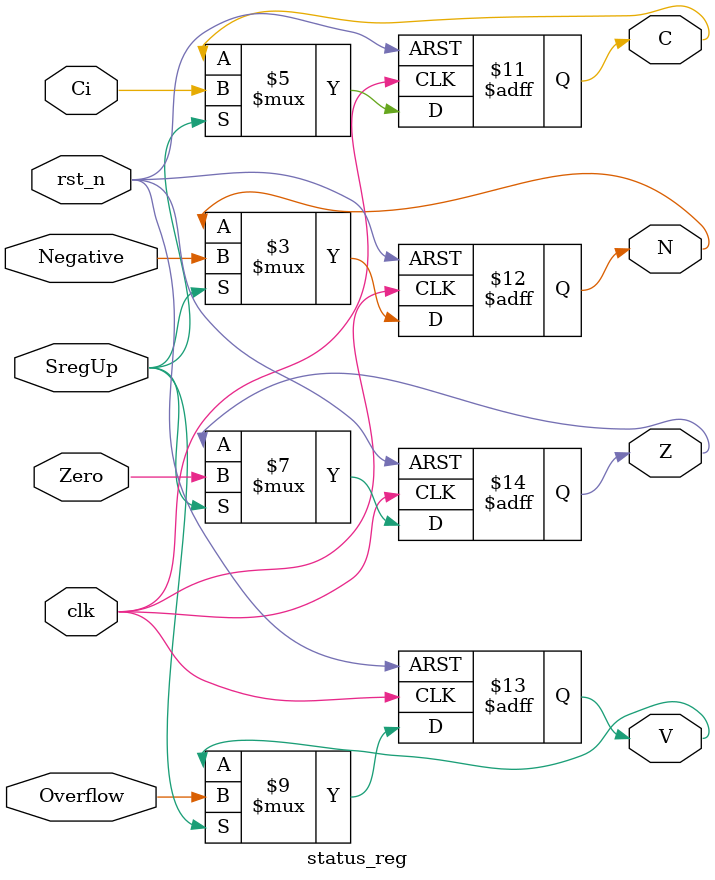
<source format=v>
`timescale 1ns/1ps


//
// Header file
`include "common.vh"

//
// Module
module status_reg(
  clk       ,           
  rst_n     ,       
  Negative  ,      
  Zero      ,  
  Ci        ,    
  Overflow  , 
  SregUp    ,  // Update status register flag
  N         ,  // Negative
  Z         ,  // Zero      
  C         ,  // Carry    
  V            // oVerflow         
  );

  input                           clk       ;              
  input                           rst_n     ;           
  input                           Negative  ;                
  input                           Zero      ;                
  input                           Ci        ;                
  input                           Overflow  ;                
  input                           SregUp    ;                
  output                          N         ;                
  output                          Z         ;                
  output                          C         ;                
  output                          V         ;                

  wire                            clk       ;              
  wire                            rst_n     ;           
  wire                            Negative  ;                
  wire                            Zero      ;                
  wire                            Ci        ;                
  wire                            Overflow  ;                
  wire                            SregUp    ;                
  reg                             N         ;                
  reg                             Z         ;                
  reg                             C         ;                
  reg                             V         ;                

  always @( posedge clk or negedge rst_n ) begin
    if( ~rst_n ) begin
      {N, Z, V, C} <= #1 4'b0000;
    end
    else if( SregUp ) begin
      {N, Z, V, C} <= #1 {Negative, Zero, Overflow, Ci};
    end
  end      













endmodule


</source>
